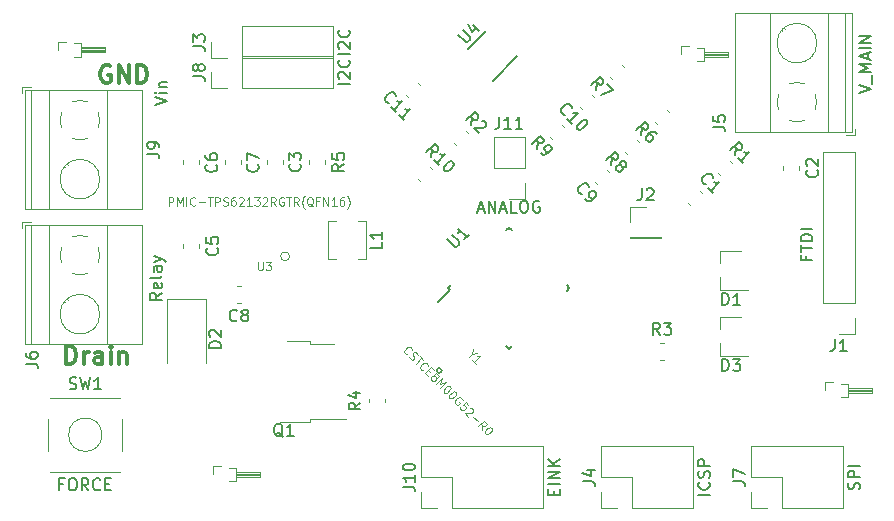
<source format=gto>
G04 #@! TF.FileFunction,Legend,Top*
%FSLAX46Y46*%
G04 Gerber Fmt 4.6, Leading zero omitted, Abs format (unit mm)*
G04 Created by KiCad (PCBNEW 4.0.7+dfsg1-1~bpo9+1) date Thu Mar 15 23:06:16 2018*
%MOMM*%
%LPD*%
G01*
G04 APERTURE LIST*
%ADD10C,0.100000*%
%ADD11C,0.300000*%
%ADD12C,0.120000*%
%ADD13C,0.150000*%
%ADD14C,0.127000*%
%ADD15C,0.050000*%
G04 APERTURE END LIST*
D10*
D11*
X106959543Y-40128760D02*
X106816686Y-40057331D01*
X106602400Y-40057331D01*
X106388115Y-40128760D01*
X106245257Y-40271617D01*
X106173829Y-40414474D01*
X106102400Y-40700189D01*
X106102400Y-40914474D01*
X106173829Y-41200189D01*
X106245257Y-41343046D01*
X106388115Y-41485903D01*
X106602400Y-41557331D01*
X106745257Y-41557331D01*
X106959543Y-41485903D01*
X107030972Y-41414474D01*
X107030972Y-40914474D01*
X106745257Y-40914474D01*
X107673829Y-41557331D02*
X107673829Y-40057331D01*
X108530972Y-41557331D01*
X108530972Y-40057331D01*
X109245258Y-41557331D02*
X109245258Y-40057331D01*
X109602401Y-40057331D01*
X109816686Y-40128760D01*
X109959544Y-40271617D01*
X110030972Y-40414474D01*
X110102401Y-40700189D01*
X110102401Y-40914474D01*
X110030972Y-41200189D01*
X109959544Y-41343046D01*
X109816686Y-41485903D01*
X109602401Y-41557331D01*
X109245258Y-41557331D01*
X103234812Y-65336811D02*
X103234812Y-63836811D01*
X103591955Y-63836811D01*
X103806240Y-63908240D01*
X103949098Y-64051097D01*
X104020526Y-64193954D01*
X104091955Y-64479669D01*
X104091955Y-64693954D01*
X104020526Y-64979669D01*
X103949098Y-65122526D01*
X103806240Y-65265383D01*
X103591955Y-65336811D01*
X103234812Y-65336811D01*
X104734812Y-65336811D02*
X104734812Y-64336811D01*
X104734812Y-64622526D02*
X104806240Y-64479669D01*
X104877669Y-64408240D01*
X105020526Y-64336811D01*
X105163383Y-64336811D01*
X106306240Y-65336811D02*
X106306240Y-64551097D01*
X106234811Y-64408240D01*
X106091954Y-64336811D01*
X105806240Y-64336811D01*
X105663383Y-64408240D01*
X106306240Y-65265383D02*
X106163383Y-65336811D01*
X105806240Y-65336811D01*
X105663383Y-65265383D01*
X105591954Y-65122526D01*
X105591954Y-64979669D01*
X105663383Y-64836811D01*
X105806240Y-64765383D01*
X106163383Y-64765383D01*
X106306240Y-64693954D01*
X107020526Y-65336811D02*
X107020526Y-64336811D01*
X107020526Y-63836811D02*
X106949097Y-63908240D01*
X107020526Y-63979669D01*
X107091954Y-63908240D01*
X107020526Y-63836811D01*
X107020526Y-63979669D01*
X107734812Y-64336811D02*
X107734812Y-65336811D01*
X107734812Y-64479669D02*
X107806240Y-64408240D01*
X107949098Y-64336811D01*
X108163383Y-64336811D01*
X108306240Y-64408240D01*
X108377669Y-64551097D01*
X108377669Y-65336811D01*
D12*
X103885200Y-38200400D02*
X104510200Y-38200400D01*
X104510200Y-38200400D02*
X104510200Y-39320400D01*
X104510200Y-39320400D02*
X103885200Y-39320400D01*
X104510200Y-38550400D02*
X106510200Y-38550400D01*
X106510200Y-38550400D02*
X106510200Y-38970400D01*
X106510200Y-38970400D02*
X104510200Y-38970400D01*
X104510200Y-38610400D02*
X106510200Y-38610400D01*
X104510200Y-38730400D02*
X106510200Y-38730400D01*
X104510200Y-38850400D02*
X106510200Y-38850400D01*
X102515200Y-38760400D02*
X102515200Y-38075400D01*
X102515200Y-38075400D02*
X103200200Y-38075400D01*
X165302000Y-48618000D02*
X165302000Y-48918000D01*
X163882000Y-48618000D02*
X163882000Y-48918000D01*
X120194000Y-48410000D02*
X120194000Y-48110000D01*
X121614000Y-48410000D02*
X121614000Y-48110000D01*
X114502000Y-55222000D02*
X114502000Y-55522000D01*
X113082000Y-55222000D02*
X113082000Y-55522000D01*
X113082000Y-48410000D02*
X113082000Y-48110000D01*
X114502000Y-48410000D02*
X114502000Y-48110000D01*
X116638000Y-48410000D02*
X116638000Y-48110000D01*
X118058000Y-48410000D02*
X118058000Y-48110000D01*
X118006000Y-60146000D02*
X117706000Y-60146000D01*
X118006000Y-58726000D02*
X117706000Y-58726000D01*
X148194020Y-50138112D02*
X147981888Y-49925980D01*
X149198112Y-49134020D02*
X148985980Y-48921888D01*
X147715980Y-42571888D02*
X147928112Y-42784020D01*
X146711888Y-43575980D02*
X146924020Y-43788112D01*
X132192020Y-42772112D02*
X131979888Y-42559980D01*
X133196112Y-41768020D02*
X132983980Y-41555888D01*
X160962000Y-59054000D02*
X158562000Y-59054000D01*
X158562000Y-59054000D02*
X158562000Y-58004000D01*
X160362000Y-55754000D02*
X158562000Y-55754000D01*
X158562000Y-55754000D02*
X158562000Y-56804000D01*
X160962000Y-64642000D02*
X158562000Y-64642000D01*
X158562000Y-64642000D02*
X158562000Y-63592000D01*
X160362000Y-61342000D02*
X158562000Y-61342000D01*
X158562000Y-61342000D02*
X158562000Y-62392000D01*
X169986000Y-47438000D02*
X167326000Y-47438000D01*
X169986000Y-60198000D02*
X169986000Y-47438000D01*
X167326000Y-60198000D02*
X167326000Y-47438000D01*
X169986000Y-60198000D02*
X167326000Y-60198000D01*
X169986000Y-61468000D02*
X169986000Y-62798000D01*
X169986000Y-62798000D02*
X168656000Y-62798000D01*
X150968400Y-54695400D02*
X153628400Y-54695400D01*
X150968400Y-54635400D02*
X150968400Y-54695400D01*
X153628400Y-54635400D02*
X153628400Y-54695400D01*
X150968400Y-54635400D02*
X153628400Y-54635400D01*
X150968400Y-53365400D02*
X150968400Y-52035400D01*
X150968400Y-52035400D02*
X152298400Y-52035400D01*
X125790000Y-39430000D02*
X125790000Y-36770000D01*
X118110000Y-39430000D02*
X125790000Y-39430000D01*
X118110000Y-36770000D02*
X125790000Y-36770000D01*
X118110000Y-39430000D02*
X118110000Y-36770000D01*
X116840000Y-39430000D02*
X115510000Y-39430000D01*
X115510000Y-39430000D02*
X115510000Y-38100000D01*
X156270000Y-77530000D02*
X156270000Y-72330000D01*
X151130000Y-77530000D02*
X156270000Y-77530000D01*
X148530000Y-72330000D02*
X156270000Y-72330000D01*
X151130000Y-77530000D02*
X151130000Y-74930000D01*
X151130000Y-74930000D02*
X148530000Y-74930000D01*
X148530000Y-74930000D02*
X148530000Y-72330000D01*
X149860000Y-77530000D02*
X148530000Y-77530000D01*
X148530000Y-77530000D02*
X148530000Y-76200000D01*
X166634756Y-42496682D02*
G75*
G02X166780000Y-43180000I-1534756J-683318D01*
G01*
X164416958Y-41644574D02*
G75*
G02X165784000Y-41645000I683042J-1535426D01*
G01*
X163564574Y-43863042D02*
G75*
G02X163565000Y-42496000I1535426J683042D01*
G01*
X165783042Y-44715426D02*
G75*
G02X164416000Y-44715000I-683042J1535426D01*
G01*
X166780253Y-43151195D02*
G75*
G02X166635000Y-43864000I-1680253J-28805D01*
G01*
X166780000Y-38180000D02*
G75*
G03X166780000Y-38180000I-1680000J0D01*
G01*
X169200000Y-45740000D02*
X169200000Y-35620000D01*
X167700000Y-45740000D02*
X167700000Y-35620000D01*
X162799000Y-45740000D02*
X162799000Y-35620000D01*
X159839000Y-45740000D02*
X159839000Y-35620000D01*
X169760000Y-45740000D02*
X169760000Y-35620000D01*
X159839000Y-45740000D02*
X169760000Y-45740000D01*
X159839000Y-35620000D02*
X169760000Y-35620000D01*
X164031000Y-36905000D02*
X164077000Y-36952000D01*
X166339000Y-39214000D02*
X166374000Y-39249000D01*
X163825000Y-37110000D02*
X163861000Y-37145000D01*
X166123000Y-39407000D02*
X166169000Y-39454000D01*
X169260000Y-45980000D02*
X170000000Y-45980000D01*
X170000000Y-45980000D02*
X170000000Y-45480000D01*
X102859244Y-56817318D02*
G75*
G02X102714000Y-56134000I1534756J683318D01*
G01*
X105077042Y-57669426D02*
G75*
G02X103710000Y-57669000I-683042J1535426D01*
G01*
X105929426Y-55450958D02*
G75*
G02X105929000Y-56818000I-1535426J-683042D01*
G01*
X103710958Y-54598574D02*
G75*
G02X105078000Y-54599000I683042J-1535426D01*
G01*
X102713747Y-56162805D02*
G75*
G02X102859000Y-55450000I1680253J28805D01*
G01*
X106074000Y-61134000D02*
G75*
G03X106074000Y-61134000I-1680000J0D01*
G01*
X100294000Y-53574000D02*
X100294000Y-63694000D01*
X101794000Y-53574000D02*
X101794000Y-63694000D01*
X106695000Y-53574000D02*
X106695000Y-63694000D01*
X109655000Y-53574000D02*
X109655000Y-63694000D01*
X99734000Y-53574000D02*
X99734000Y-63694000D01*
X109655000Y-53574000D02*
X99734000Y-53574000D01*
X109655000Y-63694000D02*
X99734000Y-63694000D01*
X105463000Y-62409000D02*
X105417000Y-62362000D01*
X103155000Y-60100000D02*
X103120000Y-60065000D01*
X105669000Y-62204000D02*
X105633000Y-62169000D01*
X103371000Y-59907000D02*
X103325000Y-59860000D01*
X100234000Y-53334000D02*
X99494000Y-53334000D01*
X99494000Y-53334000D02*
X99494000Y-53834000D01*
X168970000Y-77530000D02*
X168970000Y-72330000D01*
X163830000Y-77530000D02*
X168970000Y-77530000D01*
X161230000Y-72330000D02*
X168970000Y-72330000D01*
X163830000Y-77530000D02*
X163830000Y-74930000D01*
X163830000Y-74930000D02*
X161230000Y-74930000D01*
X161230000Y-74930000D02*
X161230000Y-72330000D01*
X162560000Y-77530000D02*
X161230000Y-77530000D01*
X161230000Y-77530000D02*
X161230000Y-76200000D01*
X125790000Y-41970000D02*
X125790000Y-39310000D01*
X118110000Y-41970000D02*
X125790000Y-41970000D01*
X118110000Y-39310000D02*
X125790000Y-39310000D01*
X118110000Y-41970000D02*
X118110000Y-39310000D01*
X116840000Y-41970000D02*
X115510000Y-41970000D01*
X115510000Y-41970000D02*
X115510000Y-40640000D01*
X102859244Y-45387318D02*
G75*
G02X102714000Y-44704000I1534756J683318D01*
G01*
X105077042Y-46239426D02*
G75*
G02X103710000Y-46239000I-683042J1535426D01*
G01*
X105929426Y-44020958D02*
G75*
G02X105929000Y-45388000I-1535426J-683042D01*
G01*
X103710958Y-43168574D02*
G75*
G02X105078000Y-43169000I683042J-1535426D01*
G01*
X102713747Y-44732805D02*
G75*
G02X102859000Y-44020000I1680253J28805D01*
G01*
X106074000Y-49704000D02*
G75*
G03X106074000Y-49704000I-1680000J0D01*
G01*
X100294000Y-42144000D02*
X100294000Y-52264000D01*
X101794000Y-42144000D02*
X101794000Y-52264000D01*
X106695000Y-42144000D02*
X106695000Y-52264000D01*
X109655000Y-42144000D02*
X109655000Y-52264000D01*
X99734000Y-42144000D02*
X99734000Y-52264000D01*
X109655000Y-42144000D02*
X99734000Y-42144000D01*
X109655000Y-52264000D02*
X99734000Y-52264000D01*
X105463000Y-50979000D02*
X105417000Y-50932000D01*
X103155000Y-48670000D02*
X103120000Y-48635000D01*
X105669000Y-50774000D02*
X105633000Y-50739000D01*
X103371000Y-48477000D02*
X103325000Y-48430000D01*
X100234000Y-41904000D02*
X99494000Y-41904000D01*
X99494000Y-41904000D02*
X99494000Y-42404000D01*
X143570000Y-77530000D02*
X143570000Y-72330000D01*
X135890000Y-77530000D02*
X143570000Y-77530000D01*
X133290000Y-72330000D02*
X143570000Y-72330000D01*
X135890000Y-77530000D02*
X135890000Y-74930000D01*
X135890000Y-74930000D02*
X133290000Y-74930000D01*
X133290000Y-74930000D02*
X133290000Y-72330000D01*
X134620000Y-77530000D02*
X133290000Y-77530000D01*
X133290000Y-77530000D02*
X133290000Y-76200000D01*
X127900000Y-53240000D02*
X128624000Y-53240000D01*
X128624000Y-53240000D02*
X128624000Y-56488000D01*
X128624000Y-56488000D02*
X127900000Y-56488000D01*
X126100000Y-53240000D02*
X125376000Y-53240000D01*
X125376000Y-53240000D02*
X125376000Y-56488000D01*
X125376000Y-56488000D02*
X126100000Y-56488000D01*
X121336000Y-70277400D02*
X123836000Y-70277400D01*
X123836000Y-70277400D02*
X123836000Y-70007400D01*
X126936000Y-70007400D02*
X123836000Y-70007400D01*
X123836000Y-63377400D02*
X121936000Y-63377400D01*
X123836000Y-63377400D02*
X123836000Y-63647400D01*
X125936000Y-63647400D02*
X123836000Y-63647400D01*
X159399980Y-48159888D02*
X159612112Y-48372020D01*
X158395888Y-49163980D02*
X158608020Y-49376112D01*
X137047980Y-45619888D02*
X137260112Y-45832020D01*
X136043888Y-46623980D02*
X136256020Y-46836112D01*
X153520000Y-63552000D02*
X153820000Y-63552000D01*
X153520000Y-64972000D02*
X153820000Y-64972000D01*
X128830000Y-68603000D02*
X128830000Y-68303000D01*
X130250000Y-68603000D02*
X130250000Y-68303000D01*
X125170000Y-48110000D02*
X125170000Y-48410000D01*
X123750000Y-48110000D02*
X123750000Y-48410000D01*
X153274020Y-45058112D02*
X153061888Y-44845980D01*
X154278112Y-44054020D02*
X154065980Y-43841888D01*
X149464020Y-41248112D02*
X149251888Y-41035980D01*
X150468112Y-40244020D02*
X150255980Y-40031888D01*
X150734020Y-47598112D02*
X150521888Y-47385980D01*
X151738112Y-46594020D02*
X151525980Y-46381888D01*
X145175980Y-45111888D02*
X145388112Y-45324020D01*
X144171888Y-46115980D02*
X144384020Y-46328112D01*
X133999980Y-48667888D02*
X134212112Y-48880020D01*
X132995888Y-49671980D02*
X133208020Y-49884112D01*
D13*
X135589476Y-58928000D02*
X135748575Y-59087099D01*
X140716000Y-53801476D02*
X140945810Y-54031286D01*
X145842524Y-58928000D02*
X145612714Y-58698190D01*
X140716000Y-64054524D02*
X140486190Y-63824714D01*
X135589476Y-58928000D02*
X135819286Y-58698190D01*
X140716000Y-64054524D02*
X140945810Y-63824714D01*
X145842524Y-58928000D02*
X145612714Y-59157810D01*
X140716000Y-53801476D02*
X140486190Y-54031286D01*
X135748575Y-59087099D02*
X134740948Y-60094726D01*
D10*
X122146000Y-56233000D02*
G75*
G03X122146000Y-56233000I-381000J0D01*
G01*
D13*
X139351099Y-41361064D02*
X141437064Y-39275099D01*
X137212101Y-38691736D02*
X138767736Y-37136101D01*
D14*
X135013522Y-65898579D02*
G75*
G03X135013522Y-65898579I-200000J0D01*
G01*
D12*
X117017000Y-74116000D02*
X117642000Y-74116000D01*
X117642000Y-74116000D02*
X117642000Y-75236000D01*
X117642000Y-75236000D02*
X117017000Y-75236000D01*
X117642000Y-74466000D02*
X119642000Y-74466000D01*
X119642000Y-74466000D02*
X119642000Y-74886000D01*
X119642000Y-74886000D02*
X117642000Y-74886000D01*
X117642000Y-74526000D02*
X119642000Y-74526000D01*
X117642000Y-74646000D02*
X119642000Y-74646000D01*
X117642000Y-74766000D02*
X119642000Y-74766000D01*
X115647000Y-74676000D02*
X115647000Y-73991000D01*
X115647000Y-73991000D02*
X116332000Y-73991000D01*
X168833000Y-67004000D02*
X169458000Y-67004000D01*
X169458000Y-67004000D02*
X169458000Y-68124000D01*
X169458000Y-68124000D02*
X168833000Y-68124000D01*
X169458000Y-67354000D02*
X171458000Y-67354000D01*
X171458000Y-67354000D02*
X171458000Y-67774000D01*
X171458000Y-67774000D02*
X169458000Y-67774000D01*
X169458000Y-67414000D02*
X171458000Y-67414000D01*
X169458000Y-67534000D02*
X171458000Y-67534000D01*
X169458000Y-67654000D02*
X171458000Y-67654000D01*
X167463000Y-67564000D02*
X167463000Y-66879000D01*
X167463000Y-66879000D02*
X168148000Y-66879000D01*
X156641000Y-38556000D02*
X157266000Y-38556000D01*
X157266000Y-38556000D02*
X157266000Y-39676000D01*
X157266000Y-39676000D02*
X156641000Y-39676000D01*
X157266000Y-38906000D02*
X159266000Y-38906000D01*
X159266000Y-38906000D02*
X159266000Y-39326000D01*
X159266000Y-39326000D02*
X157266000Y-39326000D01*
X157266000Y-38966000D02*
X159266000Y-38966000D01*
X157266000Y-39086000D02*
X159266000Y-39086000D01*
X157266000Y-39206000D02*
X159266000Y-39206000D01*
X155271000Y-39116000D02*
X155271000Y-38431000D01*
X155271000Y-38431000D02*
X155956000Y-38431000D01*
X142096800Y-46168000D02*
X139436800Y-46168000D01*
X142096800Y-48768000D02*
X142096800Y-46168000D01*
X139436800Y-48768000D02*
X139436800Y-46168000D01*
X142096800Y-48768000D02*
X139436800Y-48768000D01*
X142096800Y-50038000D02*
X142096800Y-51368000D01*
X142096800Y-51368000D02*
X140766800Y-51368000D01*
X106264214Y-71338000D02*
G75*
G03X106264214Y-71338000I-1414214J0D01*
G01*
X101880000Y-74458000D02*
X107820000Y-74458000D01*
X101880000Y-68218000D02*
X107820000Y-68218000D01*
X101730000Y-72678000D02*
X101730000Y-69998000D01*
X107970000Y-69998000D02*
X107970000Y-72678000D01*
X156859980Y-50699888D02*
X157072112Y-50912020D01*
X155855888Y-51703980D02*
X156068020Y-51916112D01*
X115035600Y-59846000D02*
X111735600Y-59846000D01*
X111735600Y-59846000D02*
X111735600Y-65246000D01*
X115035600Y-59846000D02*
X115035600Y-65246000D01*
D13*
X166799143Y-48934666D02*
X166846762Y-48982285D01*
X166894381Y-49125142D01*
X166894381Y-49220380D01*
X166846762Y-49363238D01*
X166751524Y-49458476D01*
X166656286Y-49506095D01*
X166465810Y-49553714D01*
X166322952Y-49553714D01*
X166132476Y-49506095D01*
X166037238Y-49458476D01*
X165942000Y-49363238D01*
X165894381Y-49220380D01*
X165894381Y-49125142D01*
X165942000Y-48982285D01*
X165989619Y-48934666D01*
X165989619Y-48553714D02*
X165942000Y-48506095D01*
X165894381Y-48410857D01*
X165894381Y-48172761D01*
X165942000Y-48077523D01*
X165989619Y-48029904D01*
X166084857Y-47982285D01*
X166180095Y-47982285D01*
X166322952Y-48029904D01*
X166894381Y-48601333D01*
X166894381Y-47982285D01*
X123013743Y-48401266D02*
X123061362Y-48448885D01*
X123108981Y-48591742D01*
X123108981Y-48686980D01*
X123061362Y-48829838D01*
X122966124Y-48925076D01*
X122870886Y-48972695D01*
X122680410Y-49020314D01*
X122537552Y-49020314D01*
X122347076Y-48972695D01*
X122251838Y-48925076D01*
X122156600Y-48829838D01*
X122108981Y-48686980D01*
X122108981Y-48591742D01*
X122156600Y-48448885D01*
X122204219Y-48401266D01*
X122108981Y-48067933D02*
X122108981Y-47448885D01*
X122489933Y-47782219D01*
X122489933Y-47639361D01*
X122537552Y-47544123D01*
X122585171Y-47496504D01*
X122680410Y-47448885D01*
X122918505Y-47448885D01*
X123013743Y-47496504D01*
X123061362Y-47544123D01*
X123108981Y-47639361D01*
X123108981Y-47925076D01*
X123061362Y-48020314D01*
X123013743Y-48067933D01*
X115999143Y-55538666D02*
X116046762Y-55586285D01*
X116094381Y-55729142D01*
X116094381Y-55824380D01*
X116046762Y-55967238D01*
X115951524Y-56062476D01*
X115856286Y-56110095D01*
X115665810Y-56157714D01*
X115522952Y-56157714D01*
X115332476Y-56110095D01*
X115237238Y-56062476D01*
X115142000Y-55967238D01*
X115094381Y-55824380D01*
X115094381Y-55729142D01*
X115142000Y-55586285D01*
X115189619Y-55538666D01*
X115094381Y-54633904D02*
X115094381Y-55110095D01*
X115570571Y-55157714D01*
X115522952Y-55110095D01*
X115475333Y-55014857D01*
X115475333Y-54776761D01*
X115522952Y-54681523D01*
X115570571Y-54633904D01*
X115665810Y-54586285D01*
X115903905Y-54586285D01*
X115999143Y-54633904D01*
X116046762Y-54681523D01*
X116094381Y-54776761D01*
X116094381Y-55014857D01*
X116046762Y-55110095D01*
X115999143Y-55157714D01*
X115927143Y-48477466D02*
X115974762Y-48525085D01*
X116022381Y-48667942D01*
X116022381Y-48763180D01*
X115974762Y-48906038D01*
X115879524Y-49001276D01*
X115784286Y-49048895D01*
X115593810Y-49096514D01*
X115450952Y-49096514D01*
X115260476Y-49048895D01*
X115165238Y-49001276D01*
X115070000Y-48906038D01*
X115022381Y-48763180D01*
X115022381Y-48667942D01*
X115070000Y-48525085D01*
X115117619Y-48477466D01*
X115022381Y-47620323D02*
X115022381Y-47810800D01*
X115070000Y-47906038D01*
X115117619Y-47953657D01*
X115260476Y-48048895D01*
X115450952Y-48096514D01*
X115831905Y-48096514D01*
X115927143Y-48048895D01*
X115974762Y-48001276D01*
X116022381Y-47906038D01*
X116022381Y-47715561D01*
X115974762Y-47620323D01*
X115927143Y-47572704D01*
X115831905Y-47525085D01*
X115593810Y-47525085D01*
X115498571Y-47572704D01*
X115450952Y-47620323D01*
X115403333Y-47715561D01*
X115403333Y-47906038D01*
X115450952Y-48001276D01*
X115498571Y-48048895D01*
X115593810Y-48096514D01*
X119432343Y-48452066D02*
X119479962Y-48499685D01*
X119527581Y-48642542D01*
X119527581Y-48737780D01*
X119479962Y-48880638D01*
X119384724Y-48975876D01*
X119289486Y-49023495D01*
X119099010Y-49071114D01*
X118956152Y-49071114D01*
X118765676Y-49023495D01*
X118670438Y-48975876D01*
X118575200Y-48880638D01*
X118527581Y-48737780D01*
X118527581Y-48642542D01*
X118575200Y-48499685D01*
X118622819Y-48452066D01*
X118527581Y-48118733D02*
X118527581Y-47452066D01*
X119527581Y-47880638D01*
X117689334Y-61643143D02*
X117641715Y-61690762D01*
X117498858Y-61738381D01*
X117403620Y-61738381D01*
X117260762Y-61690762D01*
X117165524Y-61595524D01*
X117117905Y-61500286D01*
X117070286Y-61309810D01*
X117070286Y-61166952D01*
X117117905Y-60976476D01*
X117165524Y-60881238D01*
X117260762Y-60786000D01*
X117403620Y-60738381D01*
X117498858Y-60738381D01*
X117641715Y-60786000D01*
X117689334Y-60833619D01*
X118260762Y-61166952D02*
X118165524Y-61119333D01*
X118117905Y-61071714D01*
X118070286Y-60976476D01*
X118070286Y-60928857D01*
X118117905Y-60833619D01*
X118165524Y-60786000D01*
X118260762Y-60738381D01*
X118451239Y-60738381D01*
X118546477Y-60786000D01*
X118594096Y-60833619D01*
X118641715Y-60928857D01*
X118641715Y-60976476D01*
X118594096Y-61071714D01*
X118546477Y-61119333D01*
X118451239Y-61166952D01*
X118260762Y-61166952D01*
X118165524Y-61214571D01*
X118117905Y-61262190D01*
X118070286Y-61357429D01*
X118070286Y-61547905D01*
X118117905Y-61643143D01*
X118165524Y-61690762D01*
X118260762Y-61738381D01*
X118451239Y-61738381D01*
X118546477Y-61690762D01*
X118594096Y-61643143D01*
X118641715Y-61547905D01*
X118641715Y-61357429D01*
X118594096Y-61262190D01*
X118546477Y-61214571D01*
X118451239Y-61166952D01*
X146911463Y-50972836D02*
X146844120Y-50972836D01*
X146709433Y-50905492D01*
X146642089Y-50838149D01*
X146574745Y-50703461D01*
X146574745Y-50568774D01*
X146608417Y-50467759D01*
X146709432Y-50299401D01*
X146810448Y-50198385D01*
X146978807Y-50097370D01*
X147079822Y-50063698D01*
X147214509Y-50063698D01*
X147349196Y-50131042D01*
X147416540Y-50198385D01*
X147483883Y-50333072D01*
X147483883Y-50400416D01*
X147180837Y-51376896D02*
X147315524Y-51511583D01*
X147416540Y-51545255D01*
X147483883Y-51545255D01*
X147652242Y-51511584D01*
X147820600Y-51410569D01*
X148089975Y-51141194D01*
X148123646Y-51040179D01*
X148123646Y-50972836D01*
X148089975Y-50871820D01*
X147955287Y-50737133D01*
X147854272Y-50703461D01*
X147786928Y-50703461D01*
X147685913Y-50737133D01*
X147517555Y-50905491D01*
X147483883Y-51006507D01*
X147483882Y-51073851D01*
X147517554Y-51174866D01*
X147652242Y-51309553D01*
X147753257Y-51343225D01*
X147820601Y-51343224D01*
X147921616Y-51309553D01*
X145469893Y-44247971D02*
X145402550Y-44247971D01*
X145267863Y-44180627D01*
X145200519Y-44113284D01*
X145133175Y-43978596D01*
X145133175Y-43843909D01*
X145166847Y-43742894D01*
X145267862Y-43574536D01*
X145368878Y-43473520D01*
X145537237Y-43372505D01*
X145638252Y-43338833D01*
X145772939Y-43338833D01*
X145907626Y-43406177D01*
X145974970Y-43473520D01*
X146042313Y-43608207D01*
X146042313Y-43675551D01*
X146075985Y-44988749D02*
X145671924Y-44584688D01*
X145873954Y-44786718D02*
X146581061Y-44079611D01*
X146412702Y-44113283D01*
X146278015Y-44113283D01*
X146177000Y-44079611D01*
X147220824Y-44719375D02*
X147288168Y-44786719D01*
X147321840Y-44887734D01*
X147321840Y-44955077D01*
X147288168Y-45056093D01*
X147187153Y-45224451D01*
X147018794Y-45392811D01*
X146850435Y-45493826D01*
X146749420Y-45527497D01*
X146682076Y-45527497D01*
X146581061Y-45493826D01*
X146513717Y-45426482D01*
X146480045Y-45325466D01*
X146480045Y-45258123D01*
X146513717Y-45157108D01*
X146614732Y-44988749D01*
X146783092Y-44820390D01*
X146951450Y-44719375D01*
X147052465Y-44685703D01*
X147119809Y-44685703D01*
X147220824Y-44719375D01*
X130572745Y-43270118D02*
X130505402Y-43270118D01*
X130370715Y-43202774D01*
X130303371Y-43135431D01*
X130236027Y-43000743D01*
X130236027Y-42866056D01*
X130269699Y-42765041D01*
X130370714Y-42596683D01*
X130471730Y-42495667D01*
X130640089Y-42394652D01*
X130741104Y-42360980D01*
X130875791Y-42360980D01*
X131010478Y-42428324D01*
X131077822Y-42495667D01*
X131145165Y-42630354D01*
X131145165Y-42697698D01*
X131178837Y-44010896D02*
X130774776Y-43606835D01*
X130976806Y-43808865D02*
X131683913Y-43101758D01*
X131515554Y-43135430D01*
X131380867Y-43135430D01*
X131279852Y-43101758D01*
X131852272Y-44684331D02*
X131448211Y-44280270D01*
X131650241Y-44482300D02*
X132357348Y-43775193D01*
X132188989Y-43808865D01*
X132054302Y-43808865D01*
X131953287Y-43775193D01*
X158773905Y-60356381D02*
X158773905Y-59356381D01*
X159012000Y-59356381D01*
X159154858Y-59404000D01*
X159250096Y-59499238D01*
X159297715Y-59594476D01*
X159345334Y-59784952D01*
X159345334Y-59927810D01*
X159297715Y-60118286D01*
X159250096Y-60213524D01*
X159154858Y-60308762D01*
X159012000Y-60356381D01*
X158773905Y-60356381D01*
X160297715Y-60356381D02*
X159726286Y-60356381D01*
X160012000Y-60356381D02*
X160012000Y-59356381D01*
X159916762Y-59499238D01*
X159821524Y-59594476D01*
X159726286Y-59642095D01*
X158773905Y-65944381D02*
X158773905Y-64944381D01*
X159012000Y-64944381D01*
X159154858Y-64992000D01*
X159250096Y-65087238D01*
X159297715Y-65182476D01*
X159345334Y-65372952D01*
X159345334Y-65515810D01*
X159297715Y-65706286D01*
X159250096Y-65801524D01*
X159154858Y-65896762D01*
X159012000Y-65944381D01*
X158773905Y-65944381D01*
X159678667Y-64944381D02*
X160297715Y-64944381D01*
X159964381Y-65325333D01*
X160107239Y-65325333D01*
X160202477Y-65372952D01*
X160250096Y-65420571D01*
X160297715Y-65515810D01*
X160297715Y-65753905D01*
X160250096Y-65849143D01*
X160202477Y-65896762D01*
X160107239Y-65944381D01*
X159821524Y-65944381D01*
X159726286Y-65896762D01*
X159678667Y-65849143D01*
X168322667Y-63250381D02*
X168322667Y-63964667D01*
X168275047Y-64107524D01*
X168179809Y-64202762D01*
X168036952Y-64250381D01*
X167941714Y-64250381D01*
X169322667Y-64250381D02*
X168751238Y-64250381D01*
X169036952Y-64250381D02*
X169036952Y-63250381D01*
X168941714Y-63393238D01*
X168846476Y-63488476D01*
X168751238Y-63536095D01*
X165892171Y-56221190D02*
X165892171Y-56554524D01*
X166415981Y-56554524D02*
X165415981Y-56554524D01*
X165415981Y-56078333D01*
X165415981Y-55840238D02*
X165415981Y-55268809D01*
X166415981Y-55554524D02*
X165415981Y-55554524D01*
X166415981Y-54935476D02*
X165415981Y-54935476D01*
X165415981Y-54697381D01*
X165463600Y-54554523D01*
X165558838Y-54459285D01*
X165654076Y-54411666D01*
X165844552Y-54364047D01*
X165987410Y-54364047D01*
X166177886Y-54411666D01*
X166273124Y-54459285D01*
X166368362Y-54554523D01*
X166415981Y-54697381D01*
X166415981Y-54935476D01*
X166415981Y-53935476D02*
X165415981Y-53935476D01*
X151965067Y-50487781D02*
X151965067Y-51202067D01*
X151917447Y-51344924D01*
X151822209Y-51440162D01*
X151679352Y-51487781D01*
X151584114Y-51487781D01*
X152393638Y-50583019D02*
X152441257Y-50535400D01*
X152536495Y-50487781D01*
X152774591Y-50487781D01*
X152869829Y-50535400D01*
X152917448Y-50583019D01*
X152965067Y-50678257D01*
X152965067Y-50773495D01*
X152917448Y-50916352D01*
X152346019Y-51487781D01*
X152965067Y-51487781D01*
X113962381Y-38433333D02*
X114676667Y-38433333D01*
X114819524Y-38480953D01*
X114914762Y-38576191D01*
X114962381Y-38719048D01*
X114962381Y-38814286D01*
X113962381Y-38052381D02*
X113962381Y-37433333D01*
X114343333Y-37766667D01*
X114343333Y-37623809D01*
X114390952Y-37528571D01*
X114438571Y-37480952D01*
X114533810Y-37433333D01*
X114771905Y-37433333D01*
X114867143Y-37480952D01*
X114914762Y-37528571D01*
X114962381Y-37623809D01*
X114962381Y-37909524D01*
X114914762Y-38004762D01*
X114867143Y-38052381D01*
X127242381Y-39076190D02*
X126242381Y-39076190D01*
X126337619Y-38647619D02*
X126290000Y-38600000D01*
X126242381Y-38504762D01*
X126242381Y-38266666D01*
X126290000Y-38171428D01*
X126337619Y-38123809D01*
X126432857Y-38076190D01*
X126528095Y-38076190D01*
X126670952Y-38123809D01*
X127242381Y-38695238D01*
X127242381Y-38076190D01*
X127147143Y-37076190D02*
X127194762Y-37123809D01*
X127242381Y-37266666D01*
X127242381Y-37361904D01*
X127194762Y-37504762D01*
X127099524Y-37600000D01*
X127004286Y-37647619D01*
X126813810Y-37695238D01*
X126670952Y-37695238D01*
X126480476Y-37647619D01*
X126385238Y-37600000D01*
X126290000Y-37504762D01*
X126242381Y-37361904D01*
X126242381Y-37266666D01*
X126290000Y-37123809D01*
X126337619Y-37076190D01*
X146982381Y-75263333D02*
X147696667Y-75263333D01*
X147839524Y-75310953D01*
X147934762Y-75406191D01*
X147982381Y-75549048D01*
X147982381Y-75644286D01*
X147315714Y-74358571D02*
X147982381Y-74358571D01*
X146934762Y-74596667D02*
X147649048Y-74834762D01*
X147649048Y-74215714D01*
X157722381Y-76406190D02*
X156722381Y-76406190D01*
X157627143Y-75358571D02*
X157674762Y-75406190D01*
X157722381Y-75549047D01*
X157722381Y-75644285D01*
X157674762Y-75787143D01*
X157579524Y-75882381D01*
X157484286Y-75930000D01*
X157293810Y-75977619D01*
X157150952Y-75977619D01*
X156960476Y-75930000D01*
X156865238Y-75882381D01*
X156770000Y-75787143D01*
X156722381Y-75644285D01*
X156722381Y-75549047D01*
X156770000Y-75406190D01*
X156817619Y-75358571D01*
X157674762Y-74977619D02*
X157722381Y-74834762D01*
X157722381Y-74596666D01*
X157674762Y-74501428D01*
X157627143Y-74453809D01*
X157531905Y-74406190D01*
X157436667Y-74406190D01*
X157341429Y-74453809D01*
X157293810Y-74501428D01*
X157246190Y-74596666D01*
X157198571Y-74787143D01*
X157150952Y-74882381D01*
X157103333Y-74930000D01*
X157008095Y-74977619D01*
X156912857Y-74977619D01*
X156817619Y-74930000D01*
X156770000Y-74882381D01*
X156722381Y-74787143D01*
X156722381Y-74549047D01*
X156770000Y-74406190D01*
X157722381Y-73977619D02*
X156722381Y-73977619D01*
X156722381Y-73596666D01*
X156770000Y-73501428D01*
X156817619Y-73453809D01*
X156912857Y-73406190D01*
X157055714Y-73406190D01*
X157150952Y-73453809D01*
X157198571Y-73501428D01*
X157246190Y-73596666D01*
X157246190Y-73977619D01*
X157999181Y-45265933D02*
X158713467Y-45265933D01*
X158856324Y-45313553D01*
X158951562Y-45408791D01*
X158999181Y-45551648D01*
X158999181Y-45646886D01*
X157999181Y-44313552D02*
X157999181Y-44789743D01*
X158475371Y-44837362D01*
X158427752Y-44789743D01*
X158380133Y-44694505D01*
X158380133Y-44456409D01*
X158427752Y-44361171D01*
X158475371Y-44313552D01*
X158570610Y-44265933D01*
X158808705Y-44265933D01*
X158903943Y-44313552D01*
X158951562Y-44361171D01*
X158999181Y-44456409D01*
X158999181Y-44694505D01*
X158951562Y-44789743D01*
X158903943Y-44837362D01*
X170389301Y-42374510D02*
X171389301Y-42041177D01*
X170389301Y-41707843D01*
X171484539Y-41612605D02*
X171484539Y-40850700D01*
X171389301Y-40612605D02*
X170389301Y-40612605D01*
X171103587Y-40279271D01*
X170389301Y-39945938D01*
X171389301Y-39945938D01*
X171103587Y-39517367D02*
X171103587Y-39041176D01*
X171389301Y-39612605D02*
X170389301Y-39279272D01*
X171389301Y-38945938D01*
X171389301Y-38612605D02*
X170389301Y-38612605D01*
X171389301Y-38136415D02*
X170389301Y-38136415D01*
X171389301Y-37564986D01*
X170389301Y-37564986D01*
X99812861Y-65321773D02*
X100527147Y-65321773D01*
X100670004Y-65369393D01*
X100765242Y-65464631D01*
X100812861Y-65607488D01*
X100812861Y-65702726D01*
X99812861Y-64417011D02*
X99812861Y-64607488D01*
X99860480Y-64702726D01*
X99908099Y-64750345D01*
X100050956Y-64845583D01*
X100241432Y-64893202D01*
X100622385Y-64893202D01*
X100717623Y-64845583D01*
X100765242Y-64797964D01*
X100812861Y-64702726D01*
X100812861Y-64512249D01*
X100765242Y-64417011D01*
X100717623Y-64369392D01*
X100622385Y-64321773D01*
X100384290Y-64321773D01*
X100289051Y-64369392D01*
X100241432Y-64417011D01*
X100193813Y-64512249D01*
X100193813Y-64702726D01*
X100241432Y-64797964D01*
X100289051Y-64845583D01*
X100384290Y-64893202D01*
X111318301Y-59329486D02*
X110842110Y-59662820D01*
X111318301Y-59900915D02*
X110318301Y-59900915D01*
X110318301Y-59519962D01*
X110365920Y-59424724D01*
X110413539Y-59377105D01*
X110508777Y-59329486D01*
X110651634Y-59329486D01*
X110746872Y-59377105D01*
X110794491Y-59424724D01*
X110842110Y-59519962D01*
X110842110Y-59900915D01*
X111270682Y-58519962D02*
X111318301Y-58615200D01*
X111318301Y-58805677D01*
X111270682Y-58900915D01*
X111175444Y-58948534D01*
X110794491Y-58948534D01*
X110699253Y-58900915D01*
X110651634Y-58805677D01*
X110651634Y-58615200D01*
X110699253Y-58519962D01*
X110794491Y-58472343D01*
X110889730Y-58472343D01*
X110984968Y-58948534D01*
X111318301Y-57900915D02*
X111270682Y-57996153D01*
X111175444Y-58043772D01*
X110318301Y-58043772D01*
X111318301Y-57091390D02*
X110794491Y-57091390D01*
X110699253Y-57139009D01*
X110651634Y-57234247D01*
X110651634Y-57424724D01*
X110699253Y-57519962D01*
X111270682Y-57091390D02*
X111318301Y-57186628D01*
X111318301Y-57424724D01*
X111270682Y-57519962D01*
X111175444Y-57567581D01*
X111080206Y-57567581D01*
X110984968Y-57519962D01*
X110937349Y-57424724D01*
X110937349Y-57186628D01*
X110889730Y-57091390D01*
X110651634Y-56710438D02*
X111318301Y-56472343D01*
X110651634Y-56234247D02*
X111318301Y-56472343D01*
X111556396Y-56567581D01*
X111604015Y-56615200D01*
X111651634Y-56710438D01*
X159682381Y-75263333D02*
X160396667Y-75263333D01*
X160539524Y-75310953D01*
X160634762Y-75406191D01*
X160682381Y-75549048D01*
X160682381Y-75644286D01*
X159682381Y-74882381D02*
X159682381Y-74215714D01*
X160682381Y-74644286D01*
X170374762Y-75953809D02*
X170422381Y-75810952D01*
X170422381Y-75572856D01*
X170374762Y-75477618D01*
X170327143Y-75429999D01*
X170231905Y-75382380D01*
X170136667Y-75382380D01*
X170041429Y-75429999D01*
X169993810Y-75477618D01*
X169946190Y-75572856D01*
X169898571Y-75763333D01*
X169850952Y-75858571D01*
X169803333Y-75906190D01*
X169708095Y-75953809D01*
X169612857Y-75953809D01*
X169517619Y-75906190D01*
X169470000Y-75858571D01*
X169422381Y-75763333D01*
X169422381Y-75525237D01*
X169470000Y-75382380D01*
X170422381Y-74953809D02*
X169422381Y-74953809D01*
X169422381Y-74572856D01*
X169470000Y-74477618D01*
X169517619Y-74429999D01*
X169612857Y-74382380D01*
X169755714Y-74382380D01*
X169850952Y-74429999D01*
X169898571Y-74477618D01*
X169946190Y-74572856D01*
X169946190Y-74953809D01*
X170422381Y-73953809D02*
X169422381Y-73953809D01*
X113962381Y-40973333D02*
X114676667Y-40973333D01*
X114819524Y-41020953D01*
X114914762Y-41116191D01*
X114962381Y-41259048D01*
X114962381Y-41354286D01*
X114390952Y-40354286D02*
X114343333Y-40449524D01*
X114295714Y-40497143D01*
X114200476Y-40544762D01*
X114152857Y-40544762D01*
X114057619Y-40497143D01*
X114010000Y-40449524D01*
X113962381Y-40354286D01*
X113962381Y-40163809D01*
X114010000Y-40068571D01*
X114057619Y-40020952D01*
X114152857Y-39973333D01*
X114200476Y-39973333D01*
X114295714Y-40020952D01*
X114343333Y-40068571D01*
X114390952Y-40163809D01*
X114390952Y-40354286D01*
X114438571Y-40449524D01*
X114486190Y-40497143D01*
X114581429Y-40544762D01*
X114771905Y-40544762D01*
X114867143Y-40497143D01*
X114914762Y-40449524D01*
X114962381Y-40354286D01*
X114962381Y-40163809D01*
X114914762Y-40068571D01*
X114867143Y-40020952D01*
X114771905Y-39973333D01*
X114581429Y-39973333D01*
X114486190Y-40020952D01*
X114438571Y-40068571D01*
X114390952Y-40163809D01*
X127242381Y-41616190D02*
X126242381Y-41616190D01*
X126337619Y-41187619D02*
X126290000Y-41140000D01*
X126242381Y-41044762D01*
X126242381Y-40806666D01*
X126290000Y-40711428D01*
X126337619Y-40663809D01*
X126432857Y-40616190D01*
X126528095Y-40616190D01*
X126670952Y-40663809D01*
X127242381Y-41235238D01*
X127242381Y-40616190D01*
X127147143Y-39616190D02*
X127194762Y-39663809D01*
X127242381Y-39806666D01*
X127242381Y-39901904D01*
X127194762Y-40044762D01*
X127099524Y-40140000D01*
X127004286Y-40187619D01*
X126813810Y-40235238D01*
X126670952Y-40235238D01*
X126480476Y-40187619D01*
X126385238Y-40140000D01*
X126290000Y-40044762D01*
X126242381Y-39901904D01*
X126242381Y-39806666D01*
X126290000Y-39663809D01*
X126337619Y-39616190D01*
X110106381Y-47537333D02*
X110820667Y-47537333D01*
X110963524Y-47584953D01*
X111058762Y-47680191D01*
X111106381Y-47823048D01*
X111106381Y-47918286D01*
X111106381Y-47013524D02*
X111106381Y-46823048D01*
X111058762Y-46727809D01*
X111011143Y-46680190D01*
X110868286Y-46584952D01*
X110677810Y-46537333D01*
X110296857Y-46537333D01*
X110201619Y-46584952D01*
X110154000Y-46632571D01*
X110106381Y-46727809D01*
X110106381Y-46918286D01*
X110154000Y-47013524D01*
X110201619Y-47061143D01*
X110296857Y-47108762D01*
X110534952Y-47108762D01*
X110630190Y-47061143D01*
X110677810Y-47013524D01*
X110725429Y-46918286D01*
X110725429Y-46727809D01*
X110677810Y-46632571D01*
X110630190Y-46584952D01*
X110534952Y-46537333D01*
X110765341Y-43380849D02*
X111765341Y-43047516D01*
X110765341Y-42714182D01*
X111765341Y-42380849D02*
X111098674Y-42380849D01*
X110765341Y-42380849D02*
X110812960Y-42428468D01*
X110860579Y-42380849D01*
X110812960Y-42333230D01*
X110765341Y-42380849D01*
X110860579Y-42380849D01*
X111098674Y-41904659D02*
X111765341Y-41904659D01*
X111193912Y-41904659D02*
X111146293Y-41857040D01*
X111098674Y-41761802D01*
X111098674Y-41618944D01*
X111146293Y-41523706D01*
X111241531Y-41476087D01*
X111765341Y-41476087D01*
X131742381Y-75739523D02*
X132456667Y-75739523D01*
X132599524Y-75787143D01*
X132694762Y-75882381D01*
X132742381Y-76025238D01*
X132742381Y-76120476D01*
X132742381Y-74739523D02*
X132742381Y-75310952D01*
X132742381Y-75025238D02*
X131742381Y-75025238D01*
X131885238Y-75120476D01*
X131980476Y-75215714D01*
X132028095Y-75310952D01*
X131742381Y-74120476D02*
X131742381Y-74025237D01*
X131790000Y-73929999D01*
X131837619Y-73882380D01*
X131932857Y-73834761D01*
X132123333Y-73787142D01*
X132361429Y-73787142D01*
X132551905Y-73834761D01*
X132647143Y-73882380D01*
X132694762Y-73929999D01*
X132742381Y-74025237D01*
X132742381Y-74120476D01*
X132694762Y-74215714D01*
X132647143Y-74263333D01*
X132551905Y-74310952D01*
X132361429Y-74358571D01*
X132123333Y-74358571D01*
X131932857Y-74310952D01*
X131837619Y-74263333D01*
X131790000Y-74215714D01*
X131742381Y-74120476D01*
X144498571Y-76406190D02*
X144498571Y-76072856D01*
X145022381Y-75929999D02*
X145022381Y-76406190D01*
X144022381Y-76406190D01*
X144022381Y-75929999D01*
X145022381Y-75501428D02*
X144022381Y-75501428D01*
X145022381Y-75025238D02*
X144022381Y-75025238D01*
X145022381Y-74453809D01*
X144022381Y-74453809D01*
X145022381Y-73977619D02*
X144022381Y-73977619D01*
X145022381Y-73406190D02*
X144450952Y-73834762D01*
X144022381Y-73406190D02*
X144593810Y-73977619D01*
X129976381Y-55030666D02*
X129976381Y-55506857D01*
X128976381Y-55506857D01*
X129976381Y-54173523D02*
X129976381Y-54744952D01*
X129976381Y-54459238D02*
X128976381Y-54459238D01*
X129119238Y-54554476D01*
X129214476Y-54649714D01*
X129262095Y-54744952D01*
X121583462Y-71515219D02*
X121488224Y-71467600D01*
X121392986Y-71372362D01*
X121250129Y-71229505D01*
X121154890Y-71181886D01*
X121059652Y-71181886D01*
X121107271Y-71419981D02*
X121012033Y-71372362D01*
X120916795Y-71277124D01*
X120869176Y-71086648D01*
X120869176Y-70753314D01*
X120916795Y-70562838D01*
X121012033Y-70467600D01*
X121107271Y-70419981D01*
X121297748Y-70419981D01*
X121392986Y-70467600D01*
X121488224Y-70562838D01*
X121535843Y-70753314D01*
X121535843Y-71086648D01*
X121488224Y-71277124D01*
X121392986Y-71372362D01*
X121297748Y-71419981D01*
X121107271Y-71419981D01*
X122488224Y-71419981D02*
X121916795Y-71419981D01*
X122202509Y-71419981D02*
X122202509Y-70419981D01*
X122107271Y-70562838D01*
X122012033Y-70658076D01*
X121916795Y-70705695D01*
X159874416Y-47661883D02*
X159975431Y-47089462D01*
X159470354Y-47257822D02*
X160177461Y-46550715D01*
X160446836Y-46820089D01*
X160480507Y-46921105D01*
X160480507Y-46988448D01*
X160446836Y-47089463D01*
X160345820Y-47190478D01*
X160244805Y-47224150D01*
X160177462Y-47224150D01*
X160076447Y-47190478D01*
X159807072Y-46921104D01*
X160547851Y-48335318D02*
X160143789Y-47931257D01*
X160345820Y-48133287D02*
X161052926Y-47426180D01*
X160884568Y-47459852D01*
X160749881Y-47459852D01*
X160648866Y-47426180D01*
X137522416Y-45121883D02*
X137623431Y-44549462D01*
X137118354Y-44717822D02*
X137825461Y-44010715D01*
X138094836Y-44280089D01*
X138128507Y-44381105D01*
X138128507Y-44448448D01*
X138094836Y-44549463D01*
X137993820Y-44650478D01*
X137892805Y-44684150D01*
X137825462Y-44684150D01*
X137724447Y-44650478D01*
X137455072Y-44381104D01*
X138431553Y-44751493D02*
X138498896Y-44751493D01*
X138599911Y-44785165D01*
X138768271Y-44953524D01*
X138801942Y-45054540D01*
X138801942Y-45121883D01*
X138768271Y-45222898D01*
X138700927Y-45290242D01*
X138566240Y-45357585D01*
X137758118Y-45357585D01*
X138195851Y-45795318D01*
X153503334Y-62864381D02*
X153170000Y-62388190D01*
X152931905Y-62864381D02*
X152931905Y-61864381D01*
X153312858Y-61864381D01*
X153408096Y-61912000D01*
X153455715Y-61959619D01*
X153503334Y-62054857D01*
X153503334Y-62197714D01*
X153455715Y-62292952D01*
X153408096Y-62340571D01*
X153312858Y-62388190D01*
X152931905Y-62388190D01*
X153836667Y-61864381D02*
X154455715Y-61864381D01*
X154122381Y-62245333D01*
X154265239Y-62245333D01*
X154360477Y-62292952D01*
X154408096Y-62340571D01*
X154455715Y-62435810D01*
X154455715Y-62673905D01*
X154408096Y-62769143D01*
X154360477Y-62816762D01*
X154265239Y-62864381D01*
X153979524Y-62864381D01*
X153884286Y-62816762D01*
X153836667Y-62769143D01*
X128142381Y-68619666D02*
X127666190Y-68953000D01*
X128142381Y-69191095D02*
X127142381Y-69191095D01*
X127142381Y-68810142D01*
X127190000Y-68714904D01*
X127237619Y-68667285D01*
X127332857Y-68619666D01*
X127475714Y-68619666D01*
X127570952Y-68667285D01*
X127618571Y-68714904D01*
X127666190Y-68810142D01*
X127666190Y-69191095D01*
X127475714Y-67762523D02*
X128142381Y-67762523D01*
X127094762Y-68000619D02*
X127809048Y-68238714D01*
X127809048Y-67619666D01*
X126762381Y-48426666D02*
X126286190Y-48760000D01*
X126762381Y-48998095D02*
X125762381Y-48998095D01*
X125762381Y-48617142D01*
X125810000Y-48521904D01*
X125857619Y-48474285D01*
X125952857Y-48426666D01*
X126095714Y-48426666D01*
X126190952Y-48474285D01*
X126238571Y-48521904D01*
X126286190Y-48617142D01*
X126286190Y-48998095D01*
X125762381Y-47521904D02*
X125762381Y-47998095D01*
X126238571Y-48045714D01*
X126190952Y-47998095D01*
X126143333Y-47902857D01*
X126143333Y-47664761D01*
X126190952Y-47569523D01*
X126238571Y-47521904D01*
X126333810Y-47474285D01*
X126571905Y-47474285D01*
X126667143Y-47521904D01*
X126714762Y-47569523D01*
X126762381Y-47664761D01*
X126762381Y-47902857D01*
X126714762Y-47998095D01*
X126667143Y-48045714D01*
X151924120Y-45960179D02*
X152025135Y-45387758D01*
X151520058Y-45556118D02*
X152227165Y-44849011D01*
X152496540Y-45118385D01*
X152530211Y-45219401D01*
X152530211Y-45286744D01*
X152496540Y-45387759D01*
X152395524Y-45488774D01*
X152294509Y-45522446D01*
X152227166Y-45522446D01*
X152126151Y-45488774D01*
X151856776Y-45219400D01*
X153237318Y-45859164D02*
X153102630Y-45724476D01*
X153001615Y-45690805D01*
X152934272Y-45690805D01*
X152765913Y-45724476D01*
X152597555Y-45825491D01*
X152328180Y-46094866D01*
X152294509Y-46195881D01*
X152294509Y-46263224D01*
X152328180Y-46364240D01*
X152462868Y-46498927D01*
X152563883Y-46532599D01*
X152631226Y-46532599D01*
X152732242Y-46498927D01*
X152900600Y-46330569D01*
X152934273Y-46229553D01*
X152934273Y-46162209D01*
X152900601Y-46061194D01*
X152765913Y-45926507D01*
X152664898Y-45892835D01*
X152597555Y-45892835D01*
X152496539Y-45926507D01*
X148114120Y-42150179D02*
X148215135Y-41577758D01*
X147710058Y-41746118D02*
X148417165Y-41039011D01*
X148686540Y-41308385D01*
X148720211Y-41409401D01*
X148720211Y-41476744D01*
X148686540Y-41577759D01*
X148585524Y-41678774D01*
X148484509Y-41712446D01*
X148417166Y-41712446D01*
X148316151Y-41678774D01*
X148046776Y-41409400D01*
X149056928Y-41678774D02*
X149528333Y-42150179D01*
X148518180Y-42554240D01*
X149384120Y-48500179D02*
X149485135Y-47927758D01*
X148980058Y-48096118D02*
X149687165Y-47389011D01*
X149956540Y-47658385D01*
X149990211Y-47759401D01*
X149990211Y-47826744D01*
X149956540Y-47927759D01*
X149855524Y-48028774D01*
X149754509Y-48062446D01*
X149687166Y-48062446D01*
X149586151Y-48028774D01*
X149316776Y-47759400D01*
X150192242Y-48500178D02*
X150158570Y-48399163D01*
X150158570Y-48331820D01*
X150192242Y-48230805D01*
X150225913Y-48197133D01*
X150326928Y-48163461D01*
X150394272Y-48163461D01*
X150495287Y-48197133D01*
X150629975Y-48331820D01*
X150663646Y-48432836D01*
X150663646Y-48500179D01*
X150629975Y-48601194D01*
X150596303Y-48634866D01*
X150495288Y-48668538D01*
X150427944Y-48668538D01*
X150326929Y-48634866D01*
X150192242Y-48500178D01*
X150091226Y-48466507D01*
X150023883Y-48466507D01*
X149922867Y-48500179D01*
X149788180Y-48634866D01*
X149754509Y-48735881D01*
X149754509Y-48803224D01*
X149788180Y-48904240D01*
X149922868Y-49038927D01*
X150023883Y-49072599D01*
X150091226Y-49072599D01*
X150192242Y-49038927D01*
X150326928Y-48904240D01*
X150360601Y-48803224D01*
X150360601Y-48735881D01*
X150326929Y-48634866D01*
X143072267Y-47115831D02*
X143173282Y-46543410D01*
X142668205Y-46711770D02*
X143375312Y-46004663D01*
X143644687Y-46274037D01*
X143678358Y-46375053D01*
X143678358Y-46442396D01*
X143644687Y-46543411D01*
X143543671Y-46644426D01*
X143442656Y-46678098D01*
X143375313Y-46678098D01*
X143274298Y-46644426D01*
X143004923Y-46375052D01*
X143408984Y-47452548D02*
X143543671Y-47587235D01*
X143644687Y-47620907D01*
X143712030Y-47620907D01*
X143880389Y-47587236D01*
X144048747Y-47486221D01*
X144318122Y-47216846D01*
X144351793Y-47115831D01*
X144351793Y-47048488D01*
X144318122Y-46947472D01*
X144183434Y-46812785D01*
X144082419Y-46779113D01*
X144015075Y-46779113D01*
X143914060Y-46812785D01*
X143745702Y-46981143D01*
X143712030Y-47082159D01*
X143712029Y-47149503D01*
X143745701Y-47250518D01*
X143880389Y-47385205D01*
X143981404Y-47418877D01*
X144048748Y-47418876D01*
X144149763Y-47385205D01*
X134137698Y-47833165D02*
X134238713Y-47260745D01*
X133733636Y-47429104D02*
X134440743Y-46721997D01*
X134710118Y-46991371D01*
X134743789Y-47092387D01*
X134743789Y-47159730D01*
X134710118Y-47260745D01*
X134609103Y-47361760D01*
X134508087Y-47395432D01*
X134440744Y-47395432D01*
X134339729Y-47361760D01*
X134070354Y-47092386D01*
X134811133Y-48506600D02*
X134407072Y-48102539D01*
X134609102Y-48304569D02*
X135316209Y-47597462D01*
X135147850Y-47631134D01*
X135013163Y-47631134D01*
X134912148Y-47597462D01*
X135955972Y-48237226D02*
X136023316Y-48304570D01*
X136056988Y-48405585D01*
X136056988Y-48472928D01*
X136023316Y-48573944D01*
X135922301Y-48742302D01*
X135753942Y-48910662D01*
X135585583Y-49011677D01*
X135484568Y-49045348D01*
X135417224Y-49045348D01*
X135316209Y-49011677D01*
X135248865Y-48944333D01*
X135215193Y-48843317D01*
X135215193Y-48775974D01*
X135248865Y-48674959D01*
X135349880Y-48506600D01*
X135518240Y-48338241D01*
X135686598Y-48237226D01*
X135787613Y-48203554D01*
X135854957Y-48203554D01*
X135955972Y-48237226D01*
X135512031Y-54801527D02*
X136084451Y-55373947D01*
X136185466Y-55407619D01*
X136252809Y-55407619D01*
X136353824Y-55373947D01*
X136488512Y-55239259D01*
X136522184Y-55138244D01*
X136522184Y-55070901D01*
X136488512Y-54969886D01*
X135916092Y-54397466D01*
X137330306Y-54397466D02*
X136926244Y-54801527D01*
X137128275Y-54599497D02*
X136421168Y-53892390D01*
X136454840Y-54060749D01*
X136454840Y-54195435D01*
X136421168Y-54296451D01*
D15*
X119480556Y-56709587D02*
X119480556Y-57277804D01*
X119513980Y-57344653D01*
X119547405Y-57378078D01*
X119614254Y-57411502D01*
X119747952Y-57411502D01*
X119814801Y-57378078D01*
X119848225Y-57344653D01*
X119881650Y-57277804D01*
X119881650Y-56709587D01*
X120149047Y-56709587D02*
X120583565Y-56709587D01*
X120349594Y-56976984D01*
X120449867Y-56976984D01*
X120516716Y-57010408D01*
X120550141Y-57043833D01*
X120583565Y-57110682D01*
X120583565Y-57277804D01*
X120550141Y-57344653D01*
X120516716Y-57378078D01*
X120449867Y-57411502D01*
X120249320Y-57411502D01*
X120182471Y-57378078D01*
X120149047Y-57344653D01*
X111913560Y-51935007D02*
X111913560Y-51232929D01*
X112181019Y-51232929D01*
X112247883Y-51266361D01*
X112281316Y-51299793D01*
X112314748Y-51366658D01*
X112314748Y-51466955D01*
X112281316Y-51533819D01*
X112247883Y-51567252D01*
X112181019Y-51600684D01*
X111913560Y-51600684D01*
X112615638Y-51935007D02*
X112615638Y-51232929D01*
X112849664Y-51734413D01*
X113083690Y-51232929D01*
X113083690Y-51935007D01*
X113418013Y-51935007D02*
X113418013Y-51232929D01*
X114153524Y-51868142D02*
X114120092Y-51901574D01*
X114019795Y-51935007D01*
X113952930Y-51935007D01*
X113852633Y-51901574D01*
X113785769Y-51834710D01*
X113752336Y-51767845D01*
X113718904Y-51634116D01*
X113718904Y-51533819D01*
X113752336Y-51400090D01*
X113785769Y-51333226D01*
X113852633Y-51266361D01*
X113952930Y-51232929D01*
X114019795Y-51232929D01*
X114120092Y-51266361D01*
X114153524Y-51299793D01*
X114454414Y-51667548D02*
X114989331Y-51667548D01*
X115223357Y-51232929D02*
X115624544Y-51232929D01*
X115423950Y-51935007D02*
X115423950Y-51232929D01*
X115858570Y-51935007D02*
X115858570Y-51232929D01*
X116126029Y-51232929D01*
X116192893Y-51266361D01*
X116226326Y-51299793D01*
X116259758Y-51366658D01*
X116259758Y-51466955D01*
X116226326Y-51533819D01*
X116192893Y-51567252D01*
X116126029Y-51600684D01*
X115858570Y-51600684D01*
X116527216Y-51901574D02*
X116627513Y-51935007D01*
X116794674Y-51935007D01*
X116861539Y-51901574D01*
X116894971Y-51868142D01*
X116928404Y-51801278D01*
X116928404Y-51734413D01*
X116894971Y-51667548D01*
X116861539Y-51634116D01*
X116794674Y-51600684D01*
X116660945Y-51567252D01*
X116594081Y-51533819D01*
X116560648Y-51500387D01*
X116527216Y-51433522D01*
X116527216Y-51366658D01*
X116560648Y-51299793D01*
X116594081Y-51266361D01*
X116660945Y-51232929D01*
X116828107Y-51232929D01*
X116928404Y-51266361D01*
X117530185Y-51232929D02*
X117396456Y-51232929D01*
X117329591Y-51266361D01*
X117296159Y-51299793D01*
X117229294Y-51400090D01*
X117195862Y-51533819D01*
X117195862Y-51801278D01*
X117229294Y-51868142D01*
X117262727Y-51901574D01*
X117329591Y-51935007D01*
X117463320Y-51935007D01*
X117530185Y-51901574D01*
X117563617Y-51868142D01*
X117597050Y-51801278D01*
X117597050Y-51634116D01*
X117563617Y-51567252D01*
X117530185Y-51533819D01*
X117463320Y-51500387D01*
X117329591Y-51500387D01*
X117262727Y-51533819D01*
X117229294Y-51567252D01*
X117195862Y-51634116D01*
X117864508Y-51299793D02*
X117897940Y-51266361D01*
X117964805Y-51232929D01*
X118131966Y-51232929D01*
X118198831Y-51266361D01*
X118232263Y-51299793D01*
X118265696Y-51366658D01*
X118265696Y-51433522D01*
X118232263Y-51533819D01*
X117831076Y-51935007D01*
X118265696Y-51935007D01*
X118934342Y-51935007D02*
X118533154Y-51935007D01*
X118733748Y-51935007D02*
X118733748Y-51232929D01*
X118666883Y-51333226D01*
X118600019Y-51400090D01*
X118533154Y-51433522D01*
X119168368Y-51232929D02*
X119602988Y-51232929D01*
X119368962Y-51500387D01*
X119469258Y-51500387D01*
X119536123Y-51533819D01*
X119569555Y-51567252D01*
X119602988Y-51634116D01*
X119602988Y-51801278D01*
X119569555Y-51868142D01*
X119536123Y-51901574D01*
X119469258Y-51935007D01*
X119268665Y-51935007D01*
X119201800Y-51901574D01*
X119168368Y-51868142D01*
X119870446Y-51299793D02*
X119903878Y-51266361D01*
X119970743Y-51232929D01*
X120137904Y-51232929D01*
X120204769Y-51266361D01*
X120238201Y-51299793D01*
X120271634Y-51366658D01*
X120271634Y-51433522D01*
X120238201Y-51533819D01*
X119837014Y-51935007D01*
X120271634Y-51935007D01*
X120973712Y-51935007D02*
X120739686Y-51600684D01*
X120572524Y-51935007D02*
X120572524Y-51232929D01*
X120839983Y-51232929D01*
X120906847Y-51266361D01*
X120940280Y-51299793D01*
X120973712Y-51366658D01*
X120973712Y-51466955D01*
X120940280Y-51533819D01*
X120906847Y-51567252D01*
X120839983Y-51600684D01*
X120572524Y-51600684D01*
X121642358Y-51266361D02*
X121575493Y-51232929D01*
X121475196Y-51232929D01*
X121374899Y-51266361D01*
X121308035Y-51333226D01*
X121274602Y-51400090D01*
X121241170Y-51533819D01*
X121241170Y-51634116D01*
X121274602Y-51767845D01*
X121308035Y-51834710D01*
X121374899Y-51901574D01*
X121475196Y-51935007D01*
X121542061Y-51935007D01*
X121642358Y-51901574D01*
X121675790Y-51868142D01*
X121675790Y-51634116D01*
X121542061Y-51634116D01*
X121876384Y-51232929D02*
X122277571Y-51232929D01*
X122076977Y-51935007D02*
X122076977Y-51232929D01*
X122912785Y-51935007D02*
X122678759Y-51600684D01*
X122511597Y-51935007D02*
X122511597Y-51232929D01*
X122779056Y-51232929D01*
X122845920Y-51266361D01*
X122879353Y-51299793D01*
X122912785Y-51366658D01*
X122912785Y-51466955D01*
X122879353Y-51533819D01*
X122845920Y-51567252D01*
X122779056Y-51600684D01*
X122511597Y-51600684D01*
X123414269Y-52202465D02*
X123380837Y-52169033D01*
X123313972Y-52068736D01*
X123280540Y-52001871D01*
X123247108Y-51901574D01*
X123213675Y-51734413D01*
X123213675Y-51600684D01*
X123247108Y-51433522D01*
X123280540Y-51333226D01*
X123313972Y-51266361D01*
X123380837Y-51166064D01*
X123414269Y-51132632D01*
X124149779Y-52001871D02*
X124082915Y-51968439D01*
X124016050Y-51901574D01*
X123915753Y-51801278D01*
X123848889Y-51767845D01*
X123782024Y-51767845D01*
X123815457Y-51935007D02*
X123748592Y-51901574D01*
X123681727Y-51834710D01*
X123648295Y-51700981D01*
X123648295Y-51466955D01*
X123681727Y-51333226D01*
X123748592Y-51266361D01*
X123815457Y-51232929D01*
X123949186Y-51232929D01*
X124016050Y-51266361D01*
X124082915Y-51333226D01*
X124116347Y-51466955D01*
X124116347Y-51700981D01*
X124082915Y-51834710D01*
X124016050Y-51901574D01*
X123949186Y-51935007D01*
X123815457Y-51935007D01*
X124651263Y-51567252D02*
X124417237Y-51567252D01*
X124417237Y-51935007D02*
X124417237Y-51232929D01*
X124751560Y-51232929D01*
X125019018Y-51935007D02*
X125019018Y-51232929D01*
X125420206Y-51935007D01*
X125420206Y-51232929D01*
X126122284Y-51935007D02*
X125721096Y-51935007D01*
X125921690Y-51935007D02*
X125921690Y-51232929D01*
X125854825Y-51333226D01*
X125787961Y-51400090D01*
X125721096Y-51433522D01*
X126724065Y-51232929D02*
X126590336Y-51232929D01*
X126523471Y-51266361D01*
X126490039Y-51299793D01*
X126423174Y-51400090D01*
X126389742Y-51533819D01*
X126389742Y-51801278D01*
X126423174Y-51868142D01*
X126456607Y-51901574D01*
X126523471Y-51935007D01*
X126657200Y-51935007D01*
X126724065Y-51901574D01*
X126757497Y-51868142D01*
X126790930Y-51801278D01*
X126790930Y-51634116D01*
X126757497Y-51567252D01*
X126724065Y-51533819D01*
X126657200Y-51500387D01*
X126523471Y-51500387D01*
X126456607Y-51533819D01*
X126423174Y-51567252D01*
X126389742Y-51634116D01*
X127024956Y-52202465D02*
X127058388Y-52169033D01*
X127125253Y-52068736D01*
X127158685Y-52001871D01*
X127192117Y-51901574D01*
X127225550Y-51734413D01*
X127225550Y-51600684D01*
X127192117Y-51433522D01*
X127158685Y-51333226D01*
X127125253Y-51266361D01*
X127058388Y-51166064D01*
X127024956Y-51132632D01*
D13*
X136437227Y-37464124D02*
X137009647Y-38036544D01*
X137110662Y-38070216D01*
X137178005Y-38070216D01*
X137279020Y-38036544D01*
X137413708Y-37901856D01*
X137447380Y-37800841D01*
X137447380Y-37733498D01*
X137413708Y-37632483D01*
X136841288Y-37060063D01*
X137716753Y-36656001D02*
X138188158Y-37127406D01*
X137279020Y-36554987D02*
X137615738Y-37228422D01*
X138053471Y-36790689D01*
D15*
X137552871Y-64486477D02*
X137316575Y-64722773D01*
X137647388Y-64061145D02*
X137552871Y-64486477D01*
X137978203Y-64391959D01*
X137907314Y-65313512D02*
X137623759Y-65029957D01*
X137765536Y-65171734D02*
X138261757Y-64675513D01*
X138143610Y-64699143D01*
X138049091Y-64699143D01*
X137978203Y-64675513D01*
X132109673Y-64530227D02*
X132062381Y-64530227D01*
X131967799Y-64482936D01*
X131920507Y-64435645D01*
X131873216Y-64341062D01*
X131873216Y-64246480D01*
X131896862Y-64175543D01*
X131967799Y-64057314D01*
X132038736Y-63986377D01*
X132156964Y-63915440D01*
X132227901Y-63891795D01*
X132322483Y-63891795D01*
X132417066Y-63939086D01*
X132464357Y-63986377D01*
X132511649Y-64080960D01*
X132511649Y-64128251D01*
X132275192Y-64743038D02*
X132322483Y-64837621D01*
X132440712Y-64955849D01*
X132511649Y-64979495D01*
X132558940Y-64979495D01*
X132629877Y-64955849D01*
X132677168Y-64908558D01*
X132700814Y-64837621D01*
X132700814Y-64790330D01*
X132677168Y-64719393D01*
X132606231Y-64601164D01*
X132582586Y-64530227D01*
X132582586Y-64482936D01*
X132606231Y-64411999D01*
X132653523Y-64364708D01*
X132724460Y-64341062D01*
X132771751Y-64341062D01*
X132842688Y-64364708D01*
X132960916Y-64482936D01*
X133008207Y-64577519D01*
X133173727Y-64695747D02*
X133457475Y-64979495D01*
X132819042Y-65334180D02*
X133315601Y-64837621D01*
X133457475Y-65878029D02*
X133410183Y-65878029D01*
X133315601Y-65830738D01*
X133268310Y-65783447D01*
X133221018Y-65688864D01*
X133221018Y-65594282D01*
X133244664Y-65523345D01*
X133315601Y-65405116D01*
X133386538Y-65334180D01*
X133504766Y-65263243D01*
X133575703Y-65239597D01*
X133670286Y-65239597D01*
X133764868Y-65286888D01*
X133812159Y-65334180D01*
X133859451Y-65428762D01*
X133859451Y-65476053D01*
X133883096Y-65878029D02*
X134048616Y-66043549D01*
X133859451Y-66374588D02*
X133622994Y-66138132D01*
X134119553Y-65641573D01*
X134356009Y-65878029D01*
X134426946Y-66374588D02*
X134403301Y-66303651D01*
X134403301Y-66256360D01*
X134426946Y-66185423D01*
X134450592Y-66161777D01*
X134521529Y-66138132D01*
X134568820Y-66138132D01*
X134639757Y-66161777D01*
X134734340Y-66256360D01*
X134757986Y-66327297D01*
X134757986Y-66374588D01*
X134734340Y-66445525D01*
X134710694Y-66469171D01*
X134639757Y-66492816D01*
X134592466Y-66492816D01*
X134521529Y-66469171D01*
X134426946Y-66374588D01*
X134356009Y-66350943D01*
X134308718Y-66350943D01*
X134237781Y-66374588D01*
X134143199Y-66469171D01*
X134119553Y-66540108D01*
X134119553Y-66587399D01*
X134143199Y-66658336D01*
X134237781Y-66752919D01*
X134308718Y-66776564D01*
X134356009Y-66776564D01*
X134426946Y-66752919D01*
X134521529Y-66658336D01*
X134545175Y-66587399D01*
X134545175Y-66540108D01*
X134521529Y-66469171D01*
X134545175Y-67060312D02*
X135041733Y-66563753D01*
X134852568Y-67083958D01*
X135372772Y-66894792D01*
X134876214Y-67391351D01*
X135703812Y-67225832D02*
X135751103Y-67273123D01*
X135774749Y-67344060D01*
X135774749Y-67391351D01*
X135751103Y-67462288D01*
X135680166Y-67580516D01*
X135561938Y-67698745D01*
X135443709Y-67769682D01*
X135372772Y-67793327D01*
X135325481Y-67793327D01*
X135254544Y-67769682D01*
X135207253Y-67722390D01*
X135183607Y-67651453D01*
X135183607Y-67604162D01*
X135207253Y-67533225D01*
X135278190Y-67414997D01*
X135396418Y-67296769D01*
X135514646Y-67225832D01*
X135585583Y-67202186D01*
X135632875Y-67202186D01*
X135703812Y-67225832D01*
X136176725Y-67698745D02*
X136224016Y-67746036D01*
X136247662Y-67816973D01*
X136247662Y-67864264D01*
X136224016Y-67935201D01*
X136153079Y-68053429D01*
X136034851Y-68171658D01*
X135916622Y-68242595D01*
X135845685Y-68266240D01*
X135798394Y-68266240D01*
X135727457Y-68242595D01*
X135680166Y-68195303D01*
X135656520Y-68124366D01*
X135656520Y-68077075D01*
X135680166Y-68006138D01*
X135751103Y-67887910D01*
X135869331Y-67769682D01*
X135987559Y-67698745D01*
X136058496Y-67675099D01*
X136105788Y-67675099D01*
X136176725Y-67698745D01*
X136791511Y-68360823D02*
X136767866Y-68289886D01*
X136696929Y-68218949D01*
X136602346Y-68171658D01*
X136507764Y-68171658D01*
X136436827Y-68195303D01*
X136318598Y-68266240D01*
X136247662Y-68337177D01*
X136176725Y-68455405D01*
X136153079Y-68526342D01*
X136153079Y-68620925D01*
X136200370Y-68715508D01*
X136247662Y-68762799D01*
X136342244Y-68810090D01*
X136389535Y-68810090D01*
X136555055Y-68644571D01*
X136460472Y-68549988D01*
X137288070Y-68810090D02*
X137051614Y-68573634D01*
X136791511Y-68786445D01*
X136838803Y-68786445D01*
X136909740Y-68810090D01*
X137027968Y-68928318D01*
X137051614Y-68999255D01*
X137051614Y-69046547D01*
X137027968Y-69117484D01*
X136909740Y-69235712D01*
X136838803Y-69259358D01*
X136791511Y-69259358D01*
X136720575Y-69235712D01*
X136602346Y-69117484D01*
X136578701Y-69046547D01*
X136578701Y-68999255D01*
X137453590Y-69070192D02*
X137500881Y-69070192D01*
X137571818Y-69093838D01*
X137690046Y-69212066D01*
X137713692Y-69283003D01*
X137713692Y-69330295D01*
X137690046Y-69401231D01*
X137642755Y-69448523D01*
X137548172Y-69495814D01*
X136980677Y-69495814D01*
X137288070Y-69803208D01*
X137690046Y-69826853D02*
X138068377Y-70205184D01*
X138399416Y-70914553D02*
X138470353Y-70512577D01*
X138115668Y-70630805D02*
X138612227Y-70134247D01*
X138801392Y-70323412D01*
X138825037Y-70394349D01*
X138825037Y-70441640D01*
X138801392Y-70512577D01*
X138730455Y-70583514D01*
X138659518Y-70607160D01*
X138612227Y-70607160D01*
X138541290Y-70583514D01*
X138352124Y-70394349D01*
X139203368Y-70725388D02*
X139250659Y-70772679D01*
X139274305Y-70843616D01*
X139274305Y-70890907D01*
X139250659Y-70961844D01*
X139179722Y-71080073D01*
X139061494Y-71198301D01*
X138943266Y-71269238D01*
X138872329Y-71292884D01*
X138825037Y-71292884D01*
X138754101Y-71269238D01*
X138706809Y-71221947D01*
X138683164Y-71151010D01*
X138683164Y-71103718D01*
X138706809Y-71032781D01*
X138777746Y-70914553D01*
X138895974Y-70796325D01*
X139014203Y-70725388D01*
X139085140Y-70701742D01*
X139132431Y-70701742D01*
X139203368Y-70725388D01*
D13*
X139906477Y-44410381D02*
X139906477Y-45124667D01*
X139858857Y-45267524D01*
X139763619Y-45362762D01*
X139620762Y-45410381D01*
X139525524Y-45410381D01*
X140906477Y-45410381D02*
X140335048Y-45410381D01*
X140620762Y-45410381D02*
X140620762Y-44410381D01*
X140525524Y-44553238D01*
X140430286Y-44648476D01*
X140335048Y-44696095D01*
X141858858Y-45410381D02*
X141287429Y-45410381D01*
X141573143Y-45410381D02*
X141573143Y-44410381D01*
X141477905Y-44553238D01*
X141382667Y-44648476D01*
X141287429Y-44696095D01*
X138096952Y-52236667D02*
X138573143Y-52236667D01*
X138001714Y-52522381D02*
X138335047Y-51522381D01*
X138668381Y-52522381D01*
X139001714Y-52522381D02*
X139001714Y-51522381D01*
X139573143Y-52522381D01*
X139573143Y-51522381D01*
X140001714Y-52236667D02*
X140477905Y-52236667D01*
X139906476Y-52522381D02*
X140239809Y-51522381D01*
X140573143Y-52522381D01*
X141382667Y-52522381D02*
X140906476Y-52522381D01*
X140906476Y-51522381D01*
X141906476Y-51522381D02*
X142096953Y-51522381D01*
X142192191Y-51570000D01*
X142287429Y-51665238D01*
X142335048Y-51855714D01*
X142335048Y-52189048D01*
X142287429Y-52379524D01*
X142192191Y-52474762D01*
X142096953Y-52522381D01*
X141906476Y-52522381D01*
X141811238Y-52474762D01*
X141716000Y-52379524D01*
X141668381Y-52189048D01*
X141668381Y-51855714D01*
X141716000Y-51665238D01*
X141811238Y-51570000D01*
X141906476Y-51522381D01*
X143287429Y-51570000D02*
X143192191Y-51522381D01*
X143049334Y-51522381D01*
X142906476Y-51570000D01*
X142811238Y-51665238D01*
X142763619Y-51760476D01*
X142716000Y-51950952D01*
X142716000Y-52093810D01*
X142763619Y-52284286D01*
X142811238Y-52379524D01*
X142906476Y-52474762D01*
X143049334Y-52522381D01*
X143144572Y-52522381D01*
X143287429Y-52474762D01*
X143335048Y-52427143D01*
X143335048Y-52093810D01*
X143144572Y-52093810D01*
X103516667Y-67442762D02*
X103659524Y-67490381D01*
X103897620Y-67490381D01*
X103992858Y-67442762D01*
X104040477Y-67395143D01*
X104088096Y-67299905D01*
X104088096Y-67204667D01*
X104040477Y-67109429D01*
X103992858Y-67061810D01*
X103897620Y-67014190D01*
X103707143Y-66966571D01*
X103611905Y-66918952D01*
X103564286Y-66871333D01*
X103516667Y-66776095D01*
X103516667Y-66680857D01*
X103564286Y-66585619D01*
X103611905Y-66538000D01*
X103707143Y-66490381D01*
X103945239Y-66490381D01*
X104088096Y-66538000D01*
X104421429Y-66490381D02*
X104659524Y-67490381D01*
X104850001Y-66776095D01*
X105040477Y-67490381D01*
X105278572Y-66490381D01*
X106183334Y-67490381D02*
X105611905Y-67490381D01*
X105897619Y-67490381D02*
X105897619Y-66490381D01*
X105802381Y-66633238D01*
X105707143Y-66728476D01*
X105611905Y-66776095D01*
X102966667Y-75516571D02*
X102633333Y-75516571D01*
X102633333Y-76040381D02*
X102633333Y-75040381D01*
X103109524Y-75040381D01*
X103680952Y-75040381D02*
X103871429Y-75040381D01*
X103966667Y-75088000D01*
X104061905Y-75183238D01*
X104109524Y-75373714D01*
X104109524Y-75707048D01*
X104061905Y-75897524D01*
X103966667Y-75992762D01*
X103871429Y-76040381D01*
X103680952Y-76040381D01*
X103585714Y-75992762D01*
X103490476Y-75897524D01*
X103442857Y-75707048D01*
X103442857Y-75373714D01*
X103490476Y-75183238D01*
X103585714Y-75088000D01*
X103680952Y-75040381D01*
X105109524Y-76040381D02*
X104776190Y-75564190D01*
X104538095Y-76040381D02*
X104538095Y-75040381D01*
X104919048Y-75040381D01*
X105014286Y-75088000D01*
X105061905Y-75135619D01*
X105109524Y-75230857D01*
X105109524Y-75373714D01*
X105061905Y-75468952D01*
X105014286Y-75516571D01*
X104919048Y-75564190D01*
X104538095Y-75564190D01*
X106109524Y-75945143D02*
X106061905Y-75992762D01*
X105919048Y-76040381D01*
X105823810Y-76040381D01*
X105680952Y-75992762D01*
X105585714Y-75897524D01*
X105538095Y-75802286D01*
X105490476Y-75611810D01*
X105490476Y-75468952D01*
X105538095Y-75278476D01*
X105585714Y-75183238D01*
X105680952Y-75088000D01*
X105823810Y-75040381D01*
X105919048Y-75040381D01*
X106061905Y-75088000D01*
X106109524Y-75135619D01*
X106538095Y-75516571D02*
X106871429Y-75516571D01*
X107014286Y-76040381D02*
X106538095Y-76040381D01*
X106538095Y-75040381D01*
X107014286Y-75040381D01*
X157401759Y-50134540D02*
X157334416Y-50134540D01*
X157199729Y-50067196D01*
X157132385Y-49999853D01*
X157065041Y-49865165D01*
X157065041Y-49730478D01*
X157098713Y-49629463D01*
X157199728Y-49461105D01*
X157300744Y-49360089D01*
X157469103Y-49259074D01*
X157570118Y-49225402D01*
X157704805Y-49225402D01*
X157839492Y-49292746D01*
X157906836Y-49360089D01*
X157974179Y-49494776D01*
X157974179Y-49562120D01*
X158007851Y-50875318D02*
X157603789Y-50471257D01*
X157805820Y-50673287D02*
X158512926Y-49966180D01*
X158344568Y-49999852D01*
X158209881Y-49999852D01*
X158108866Y-49966180D01*
X116337981Y-63984095D02*
X115337981Y-63984095D01*
X115337981Y-63746000D01*
X115385600Y-63603142D01*
X115480838Y-63507904D01*
X115576076Y-63460285D01*
X115766552Y-63412666D01*
X115909410Y-63412666D01*
X116099886Y-63460285D01*
X116195124Y-63507904D01*
X116290362Y-63603142D01*
X116337981Y-63746000D01*
X116337981Y-63984095D01*
X115433219Y-63031714D02*
X115385600Y-62984095D01*
X115337981Y-62888857D01*
X115337981Y-62650761D01*
X115385600Y-62555523D01*
X115433219Y-62507904D01*
X115528457Y-62460285D01*
X115623695Y-62460285D01*
X115766552Y-62507904D01*
X116337981Y-63079333D01*
X116337981Y-62460285D01*
M02*

</source>
